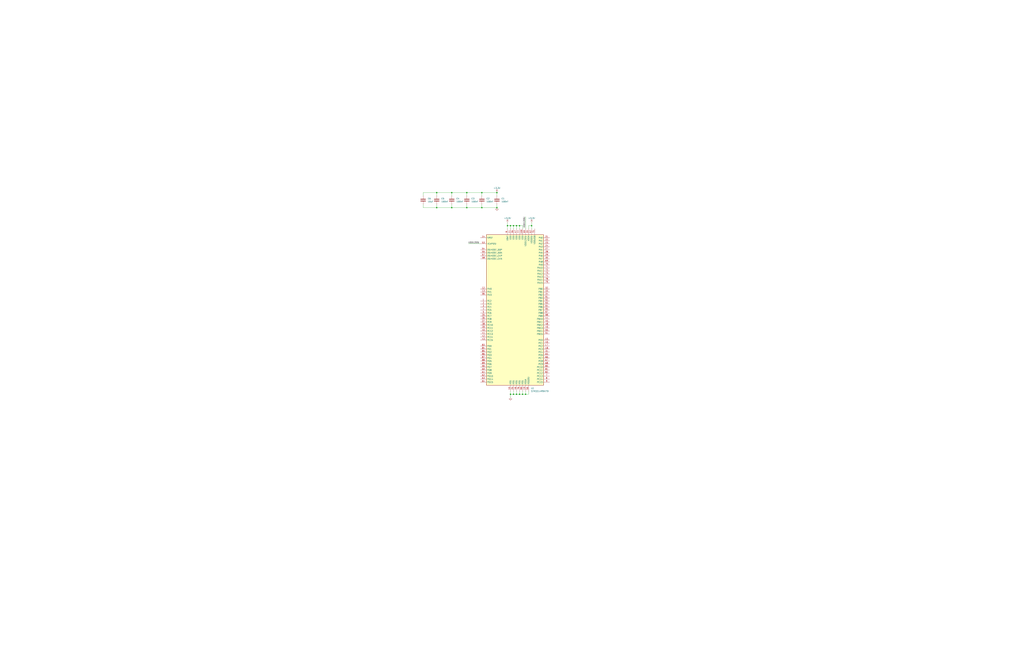
<source format=kicad_sch>
(kicad_sch (version 20211123) (generator eeschema)
  (paper "D")
  (title_block (title "Io Flight Computer") (rev "1.0") (company "UNH SEDS") (comment 1 "Io Flight Computer Schematic"))
  (lib_symbols
    (symbol "Device:C" (pin_numbers hide) (pin_names (offset 0.254))
      (property "Reference" "C" (at 0.635 2.54 0))
      (property "Value" "C" (at 0.635 -2.54 0))
      (symbol "C_0_1"
        (polyline (pts (xy -2.032 -0.762) (xy 2.032 -0.762)) (stroke (width 0.508)))
        (polyline (pts (xy -2.032 0.762) (xy 2.032 0.762)) (stroke (width 0.508)))
      )
      (symbol "C_1_1"
        (pin passive line (at 0 3.81 270) (length 2.794) (name "~") (number "1"))
        (pin passive line (at 0 -3.81 90) (length 2.794) (name "~") (number "2"))
      )
    )
    (symbol "MCU_ST_STM32L4+:STM32L4R9VITx"
      (property "Reference" "U" (at -25.4 64.77 0))
      (property "Value" "STM32L4R9VITx" (at 17.78 64.77 0))
      (symbol "STM32L4R9VITx_0_1"
        (rectangle (start -25.4 -63.5) (end 22.86 63.5) (stroke (width 0.254)) (fill (type background)))
      )
      (symbol "STM32L4R9VITx_1_1"
        (pin bidirectional line (at -30.48 7.62 0) (length 5.08) (name "PE2") (number "1"))
        (pin power_in line (at -5.08 -68.58 90) (length 5.08) (name "VSS") (number "10"))
        (pin power_in line (at 5.08 68.58 270) (length 5.08) (name "VDD") (number "100"))
        (pin power_in line (at -5.08 68.58 270) (length 5.08) (name "VDD") (number "11"))
        (pin input line (at -30.48 17.78 0) (length 5.08) (name "PH0") (number "12"))
        (pin input line (at -30.48 15.24 0) (length 5.08) (name "PH1") (number "13"))
        (pin input line (at -30.48 60.96 0) (length 5.08) (name "NRST") (number "14"))
        (pin bidirectional line (at 27.94 -25.4 180) (length 5.08) (name "PC0") (number "15"))
        (pin bidirectional line (at 27.94 -27.94 180) (length 5.08) (name "PC1") (number "16"))
        (pin bidirectional line (at 27.94 -30.48 180) (length 5.08) (name "PC2") (number "17"))
        (pin bidirectional line (at 27.94 -33.02 180) (length 5.08) (name "PC3") (number "18"))
        (pin power_in line (at 7.62 -68.58 90) (length 5.08) (name "VSSA") (number "19"))
        (pin bidirectional line (at -30.48 5.08 0) (length 5.08) (name "PE3") (number "2"))
        (pin power_in line (at 10.16 68.58 270) (length 5.08) (name "VDDA") (number "20"))
        (pin bidirectional line (at 27.94 60.96 180) (length 5.08) (name "PA0") (number "21"))
        (pin bidirectional line (at 27.94 58.42 180) (length 5.08) (name "PA1") (number "22"))
        (pin bidirectional line (at 27.94 55.88 180) (length 5.08) (name "PA2") (number "23"))
        (pin bidirectional line (at 27.94 53.34 180) (length 5.08) (name "PA3") (number "24"))
        (pin power_in line (at -2.54 -68.58 90) (length 5.08) (name "VSS") (number "25"))
        (pin power_in line (at -2.54 68.58 270) (length 5.08) (name "VDD") (number "26"))
        (pin bidirectional line (at 27.94 50.8 180) (length 5.08) (name "PA4") (number "27"))
        (pin bidirectional line (at 27.94 48.26 180) (length 5.08) (name "PA5") (number "28"))
        (pin bidirectional line (at 27.94 45.72 180) (length 5.08) (name "PA6") (number "29"))
        (pin bidirectional line (at -30.48 2.54 0) (length 5.08) (name "PE4") (number "3"))
        (pin bidirectional line (at 27.94 43.18 180) (length 5.08) (name "PA7") (number "30"))
        (pin bidirectional line (at 27.94 -35.56 180) (length 5.08) (name "PC4") (number "31"))
        (pin bidirectional line (at 27.94 17.78 180) (length 5.08) (name "PB0") (number "32"))
        (pin bidirectional line (at 27.94 15.24 180) (length 5.08) (name "PB1") (number "33"))
        (pin bidirectional line (at 27.94 12.7 180) (length 5.08) (name "PB2") (number "34"))
        (pin bidirectional line (at -30.48 -5.08 0) (length 5.08) (name "PE7") (number "35"))
        (pin bidirectional line (at -30.48 -7.62 0) (length 5.08) (name "PE8") (number "36"))
        (pin bidirectional line (at -30.48 -10.16 0) (length 5.08) (name "PE9") (number "37"))
        (pin bidirectional line (at -30.48 -12.7 0) (length 5.08) (name "PE10") (number "38"))
        (pin bidirectional line (at -30.48 -15.24 0) (length 5.08) (name "PE11") (number "39"))
        (pin bidirectional line (at -30.48 0 0) (length 5.08) (name "PE5") (number "4"))
        (pin bidirectional line (at -30.48 -17.78 0) (length 5.08) (name "PE12") (number "40"))
        (pin bidirectional line (at -30.48 -20.32 0) (length 5.08) (name "PE13") (number "41"))
        (pin bidirectional line (at -30.48 -22.86 0) (length 5.08) (name "PE14") (number "42"))
        (pin bidirectional line (at -30.48 -25.4 0) (length 5.08) (name "PE15") (number "43"))
        (pin bidirectional line (at 27.94 -7.62 180) (length 5.08) (name "PB10") (number "44"))
        (pin bidirectional line (at 27.94 -10.16 180) (length 5.08) (name "PB11") (number "45"))
        (pin power_in line (at 0 -68.58 90) (length 5.08) (name "VSS") (number "46"))
        (pin power_in line (at 0 68.58 270) (length 5.08) (name "VDD") (number "47"))
        (pin bidirectional line (at 27.94 -12.7 180) (length 5.08) (name "PB12") (number "48"))
        (pin bidirectional line (at 27.94 -15.24 180) (length 5.08) (name "PB13") (number "49"))
        (pin bidirectional line (at -30.48 -2.54 0) (length 5.08) (name "PE6") (number "5"))
        (pin bidirectional line (at 27.94 -17.78 180) (length 5.08) (name "PB14") (number "50"))
        (pin bidirectional line (at 27.94 -20.32 180) (length 5.08) (name "PB15") (number "51"))
        (pin power_in line (at 12.7 68.58 270) (length 5.08) (name "VDDDSI") (number "52"))
        (pin power_in line (at -30.48 55.88 0) (length 5.08) (name "VCAPDSI") (number "53"))
        (pin bidirectional line (at -30.48 50.8 0) (length 5.08) (name "DSIHOST_D0P") (number "54"))
        (pin bidirectional line (at -30.48 48.26 0) (length 5.08) (name "DSIHOST_D0N") (number "55"))
        (pin power_in line (at 10.16 -68.58 90) (length 5.08) (name "VSSDSI") (number "56"))
        (pin bidirectional line (at -30.48 45.72 0) (length 5.08) (name "DSIHOST_CKP") (number "57"))
        (pin bidirectional line (at -30.48 43.18 0) (length 5.08) (name "DSIHOST_CKN") (number "58"))
        (pin power_in line (at 7.62 68.58 270) (length 5.08) (name "VDD12DSI") (number "59"))
        (pin power_in line (at -7.62 68.58 270) (length 5.08) (name "VBAT") (number "6"))
        (pin bidirectional line (at -30.48 -50.8 0) (length 5.08) (name "PD8") (number "60"))
        (pin bidirectional line (at -30.48 -53.34 0) (length 5.08) (name "PD9") (number "61"))
        (pin bidirectional line (at -30.48 -55.88 0) (length 5.08) (name "PD10") (number "62"))
        (pin bidirectional line (at -30.48 -58.42 0) (length 5.08) (name "PD14") (number "63"))
        (pin bidirectional line (at -30.48 -60.96 0) (length 5.08) (name "PD15") (number "64"))
        (pin bidirectional line (at 27.94 -38.1 180) (length 5.08) (name "PC6") (number "65"))
        (pin bidirectional line (at 27.94 -40.64 180) (length 5.08) (name "PC7") (number "66"))
        (pin bidirectional line (at 27.94 -43.18 180) (length 5.08) (name "PC8") (number "67"))
        (pin bidirectional line (at 27.94 -45.72 180) (length 5.08) (name "PC9") (number "68"))
        (pin bidirectional line (at 27.94 40.64 180) (length 5.08) (name "PA8") (number "69"))
        (pin bidirectional line (at 27.94 -55.88 180) (length 5.08) (name "PC13") (number "7"))
        (pin bidirectional line (at 27.94 38.1 180) (length 5.08) (name "PA9") (number "70"))
        (pin bidirectional line (at 27.94 35.56 180) (length 5.08) (name "PA10") (number "71"))
        (pin bidirectional line (at 27.94 33.02 180) (length 5.08) (name "PA11") (number "72"))
        (pin bidirectional line (at 27.94 30.48 180) (length 5.08) (name "PA12") (number "73"))
        (pin bidirectional line (at 27.94 27.94 180) (length 5.08) (name "PA13") (number "74"))
        (pin power_in line (at 15.24 68.58 270) (length 5.08) (name "VDDUSB") (number "75"))
        (pin power_in line (at 2.54 -68.58 90) (length 5.08) (name "VSS") (number "76"))
        (pin power_in line (at 2.54 68.58 270) (length 5.08) (name "VDD") (number "77"))
        (pin bidirectional line (at 27.94 25.4 180) (length 5.08) (name "PA14") (number "78"))
        (pin bidirectional line (at 27.94 22.86 180) (length 5.08) (name "PA15") (number "79"))
        (pin bidirectional line (at 27.94 -58.42 180) (length 5.08) (name "PC14") (number "8"))
        (pin bidirectional line (at 27.94 -48.26 180) (length 5.08) (name "PC10") (number "80"))
        (pin bidirectional line (at 27.94 -50.8 180) (length 5.08) (name "PC11") (number "81"))
        (pin bidirectional line (at 27.94 -53.34 180) (length 5.08) (name "PC12") (number "82"))
        (pin bidirectional line (at -30.48 -30.48 0) (length 5.08) (name "PD0") (number "83"))
        (pin bidirectional line (at -30.48 -33.02 0) (length 5.08) (name "PD1") (number "84"))
        (pin bidirectional line (at -30.48 -35.56 0) (length 5.08) (name "PD2") (number "85"))
        (pin bidirectional line (at -30.48 -38.1 0) (length 5.08) (name "PD3") (number "86"))
        (pin bidirectional line (at -30.48 -40.64 0) (length 5.08) (name "PD4") (number "87"))
        (pin bidirectional line (at -30.48 -43.18 0) (length 5.08) (name "PD5") (number "88"))
        (pin bidirectional line (at -30.48 -45.72 0) (length 5.08) (name "PD6") (number "89"))
        (pin bidirectional line (at 27.94 -60.96 180) (length 5.08) (name "PC15") (number "9"))
        (pin bidirectional line (at -30.48 -48.26 0) (length 5.08) (name "PD7") (number "90"))
        (pin bidirectional line (at 27.94 10.16 180) (length 5.08) (name "PB3") (number "91"))
        (pin bidirectional line (at 27.94 7.62 180) (length 5.08) (name "PB4") (number "92"))
        (pin bidirectional line (at 27.94 5.08 180) (length 5.08) (name "PB5") (number "93"))
        (pin bidirectional line (at 27.94 2.54 180) (length 5.08) (name "PB6") (number "94"))
        (pin bidirectional line (at 27.94 0 180) (length 5.08) (name "PB7") (number "95"))
        (pin bidirectional line (at -30.48 12.7 0) (length 5.08) (name "PH3") (number "96"))
        (pin bidirectional line (at 27.94 -2.54 180) (length 5.08) (name "PB8") (number "97"))
        (pin bidirectional line (at 27.94 -5.08 180) (length 5.08) (name "PB9") (number "98"))
        (pin power_in line (at 5.08 -68.58 90) (length 5.08) (name "VSS") (number "99"))
      )
    )
    (symbol "power:+3.3V" (power) (pin_names (offset 0))
      (property "Value" "+3.3V" (at 0 3.556 0))
      (symbol "+3.3V_0_1"
        (polyline (pts (xy -0.762 1.27) (xy 0 2.54)))
        (polyline (pts (xy 0 0) (xy 0 2.54)))
        (polyline (pts (xy 0 2.54) (xy 0.762 1.27)))
      )
      (symbol "+3.3V_1_1"
        (pin power_in line (at 0 0 90) (length 0) hide (name "+3.3V") (number "1"))
      )
    )
    (symbol "power:GND" (power) (pin_names (offset 0))
      (property "Value" "GND" (at 0 -3.81 0))
      (symbol "GND_0_1"
        (polyline (pts (xy 0 0) (xy 0 -1.27) (xy 1.27 -1.27) (xy 0 -2.54) (xy -1.27 -1.27) (xy 0 -1.27)))
      )
      (symbol "GND_1_1"
        (pin power_in line (at 0 0 270) (length 0) hide (name "GND") (number "1"))
      )
    )
  )
  (junction (at 438.15 190.5))
  (junction (at 393.7 175.26))
  (junction (at 430.53 190.5))
  (junction (at 443.23 332.74))
  (junction (at 440.69 332.74))
  (junction (at 393.7 162.56))
  (junction (at 433.07 190.5))
  (junction (at 406.4 175.26))
  (junction (at 368.3 162.56))
  (junction (at 368.3 175.26))
  (junction (at 427.99 190.5))
  (junction (at 419.1 162.56))
  (junction (at 381 162.56))
  (junction (at 430.53 332.74))
  (junction (at 438.15 332.74))
  (junction (at 448.31 190.5))
  (junction (at 419.1 175.26))
  (junction (at 435.61 190.5))
  (junction (at 435.61 332.74))
  (junction (at 433.07 332.74))
  (junction (at 381 175.26))
  (junction (at 406.4 162.56))
  (wire (pts (xy 435.61 190.5) (xy 435.61 193.04)))
  (wire (pts (xy 435.61 330.2) (xy 435.61 332.74)))
  (wire (pts (xy 393.7 172.72) (xy 393.7 175.26)))
  (wire (pts (xy 381 162.56) (xy 368.3 162.56)))
  (wire (pts (xy 356.87 162.56) (xy 356.87 165.1)))
  (wire (pts (xy 368.3 175.26) (xy 381 175.26)))
  (wire (pts (xy 381 162.56) (xy 381 165.1)))
  (wire (pts (xy 356.87 172.72) (xy 356.87 175.26)))
  (wire (pts (xy 445.77 190.5) (xy 448.31 190.5)))
  (wire (pts (xy 433.07 190.5) (xy 433.07 193.04)))
  (wire (pts (xy 381 175.26) (xy 393.7 175.26)))
  (wire (pts (xy 381 172.72) (xy 381 175.26)))
  (wire (pts (xy 440.69 190.5) (xy 438.15 190.5)))
  (wire (pts (xy 435.61 332.74) (xy 438.15 332.74)))
  (wire (pts (xy 427.99 187.96) (xy 427.99 190.5)))
  (wire (pts (xy 368.3 162.56) (xy 368.3 165.1)))
  (wire (pts (xy 440.69 330.2) (xy 440.69 332.74)))
  (wire (pts (xy 406.4 162.56) (xy 406.4 165.1)))
  (wire (pts (xy 440.69 332.74) (xy 443.23 332.74)))
  (wire (pts (xy 427.99 190.5) (xy 427.99 193.04)))
  (wire (pts (xy 440.69 193.04) (xy 440.69 190.5)))
  (wire (pts (xy 433.07 190.5) (xy 430.53 190.5)))
  (wire (pts (xy 419.1 175.26) (xy 419.1 172.72)))
  (wire (pts (xy 435.61 190.5) (xy 433.07 190.5)))
  (wire (pts (xy 406.4 172.72) (xy 406.4 175.26)))
  (wire (pts (xy 393.7 162.56) (xy 393.7 165.1)))
  (wire (pts (xy 443.23 182.88) (xy 443.23 193.04)))
  (wire (pts (xy 430.53 190.5) (xy 427.99 190.5)))
  (wire (pts (xy 438.15 190.5) (xy 438.15 193.04)))
  (wire (pts (xy 368.3 175.26) (xy 368.3 172.72)))
  (wire (pts (xy 448.31 187.96) (xy 448.31 190.5)))
  (wire (pts (xy 430.53 332.74) (xy 433.07 332.74)))
  (wire (pts (xy 443.23 330.2) (xy 443.23 332.74)))
  (wire (pts (xy 393.7 175.26) (xy 406.4 175.26)))
  (wire (pts (xy 433.07 330.2) (xy 433.07 332.74)))
  (wire (pts (xy 368.3 162.56) (xy 356.87 162.56)))
  (wire (pts (xy 438.15 190.5) (xy 435.61 190.5)))
  (wire (pts (xy 438.15 332.74) (xy 440.69 332.74)))
  (wire (pts (xy 406.4 162.56) (xy 393.7 162.56)))
  (wire (pts (xy 445.77 330.2) (xy 445.77 332.74)))
  (wire (pts (xy 419.1 162.56) (xy 419.1 165.1)))
  (wire (pts (xy 445.77 193.04) (xy 445.77 190.5)))
  (wire (pts (xy 430.53 190.5) (xy 430.53 193.04)))
  (wire (pts (xy 394.97 205.74) (xy 405.13 205.74)))
  (wire (pts (xy 406.4 175.26) (xy 419.1 175.26)))
  (wire (pts (xy 393.7 162.56) (xy 381 162.56)))
  (wire (pts (xy 448.31 190.5) (xy 448.31 193.04)))
  (wire (pts (xy 438.15 330.2) (xy 438.15 332.74)))
  (wire (pts (xy 430.53 332.74) (xy 430.53 335.28)))
  (wire (pts (xy 443.23 332.74) (xy 445.77 332.74)))
  (wire (pts (xy 419.1 162.56) (xy 406.4 162.56)))
  (wire (pts (xy 433.07 332.74) (xy 435.61 332.74)))
  (wire (pts (xy 430.53 330.2) (xy 430.53 332.74)))
  (wire (pts (xy 356.87 175.26) (xy 368.3 175.26)))
  (label "VDD12DSI" (at 394.97 205.74 0))
  (label "VDD12DSI" (at 443.23 182.88 270))
  (symbol (lib_id "Device:C") (at 381 168.91 0) (unit 1)
    (property "Reference" "C4" (at 384.81 167.6399 0) (effects (justify left)))
    (property "Value" "100nf" (at 384.81 170.1799 0) (effects (justify left)))
  )
  (symbol (lib_id "power:+3.3V") (at 448.31 187.96 0) (unit 1)
    (property "Reference" "#PWR?" (effects hide))
    (property "Value" "+3.3V" (at 448.31 184.15 0))
  )
  (symbol (lib_id "power:GND") (at 419.1 175.26 0) (unit 1)
    (property "Reference" "#PWR?" (effects hide))
    (property "Value" "GND" (effects hide))
  )
  (symbol (lib_id "Device:C") (at 393.7 168.91 0) (unit 1)
    (property "Reference" "C3" (at 397.51 167.6399 0) (effects (justify left)))
    (property "Value" "100nf" (at 397.51 170.1799 0) (effects (justify left)))
  )
  (symbol (lib_id "power:GND") (at 430.53 335.28 0) (unit 1)
    (property "Reference" "#PWR?" (effects hide))
    (property "Value" "GND" (effects hide))
  )
  (symbol (lib_id "Device:C") (at 419.1 168.91 0) (unit 1)
    (property "Reference" "C1" (at 422.91 167.6399 0) (effects (justify left)))
    (property "Value" "100nf" (at 422.91 170.1799 0) (effects (justify left)))
  )
  (symbol (lib_id "power:+3.3V") (at 427.99 187.96 0) (unit 1)
    (property "Reference" "#PWR?" (effects hide))
    (property "Value" "+3.3V" (at 427.99 184.15 0))
  )
  (symbol (lib_id "power:+3.3V") (at 419.1 162.56 0) (unit 1)
    (property "Reference" "#PWR?" (effects hide))
    (property "Value" "+3.3V" (at 419.1 158.75 0))
  )
  (symbol (lib_id "Device:C") (at 406.4 168.91 0) (unit 1)
    (property "Reference" "C2" (at 410.21 167.6399 0) (effects (justify left)))
    (property "Value" "100nf" (at 410.21 170.1799 0) (effects (justify left)))
  )
  (symbol (lib_id "Device:C") (at 356.87 168.91 0) (unit 1)
    (property "Reference" "C6" (at 360.68 167.6399 0) (effects (justify left)))
    (property "Value" "10uf" (at 360.68 170.1799 0) (effects (justify left)))
  )
  (symbol (lib_id "Device:C") (at 368.3 168.91 0) (unit 1)
    (property "Reference" "C5" (at 372.11 167.6399 0) (effects (justify left)))
    (property "Value" "100nf" (at 372.11 170.1799 0) (effects (justify left)))
  )
  (symbol (lib_id "MCU_ST_STM32L4+:STM32L4R9VITx") (at 435.61 261.62 0) (unit 1)
    (property "Reference" "U1" (at 447.7894 327.66 0) (effects (justify left)))
    (property "Value" "STM32L4R9VIT9" (at 447.7894 330.2 0) (effects (justify left)))
    (property "Footprint" "Package_QFP:LQFP-100_14x14mm_P0.5mm" (effects hide))
    (property "Datasheet" "http://www.st.com/st-web-ui/static/active/en/resource/technical/document/datasheet/DM00366448.pdf" (effects hide))
  )
)
</source>
